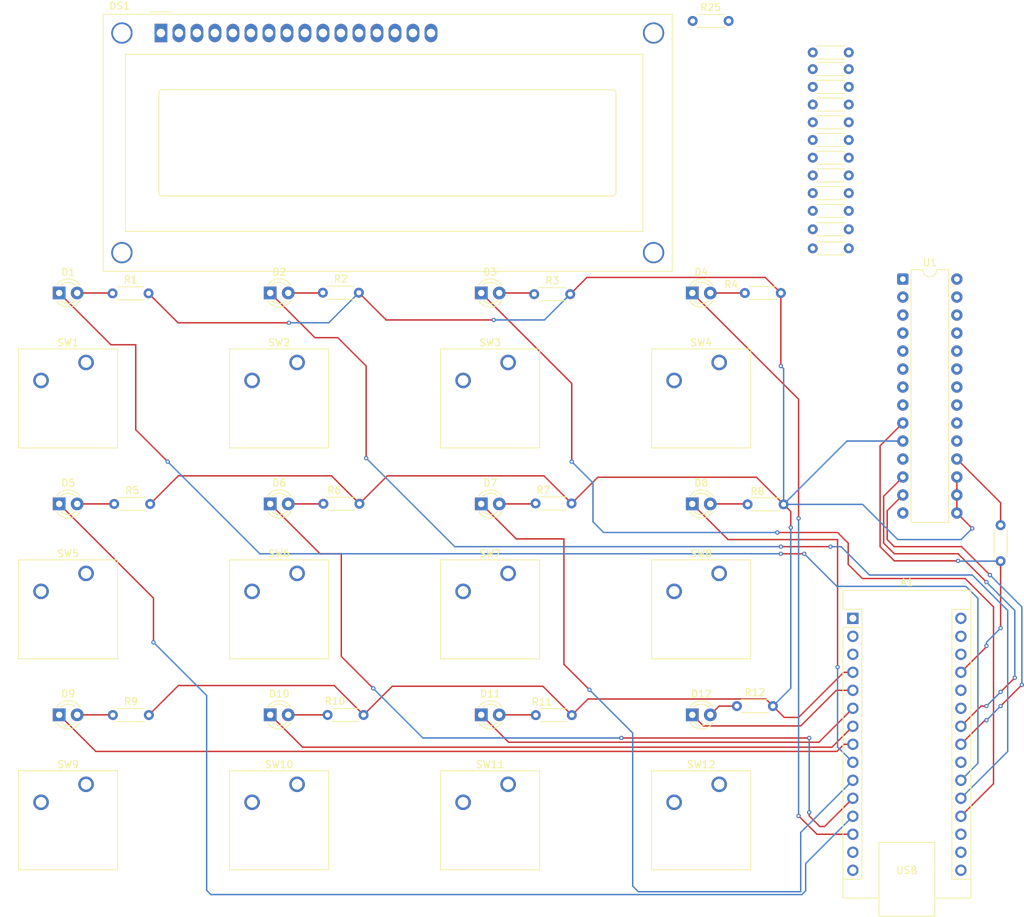
<source format=kicad_pcb>
(kicad_pcb (version 20241229) (generator "pcbnew") (generator_version "9.0")
  (layers (0 "F.Cu" signal) (2 "B.Cu" signal) (13 "F.Paste" user) (15 "B.Paste" user) (5 "F.SilkS" user "F.Silkscreen") (7 "B.SilkS" user "B.Silkscreen") (1 "F.Mask" user) (3 "B.Mask" user) (25 "Edge.Cuts" user))
  (net 0 "")
  (net 1 "Net-(D1-A)")
  (net 2 "Net-(A1-D8)")
  (net 3 "Net-(D2-A)")
  (net 4 "Net-(A1-A1)")
  (net 6 "Net-(D3-A)")
  (net 7 "Net-(D4-A)")
  (net 8 "Net-(A1-A6)")
  (net 9 "Net-(D5-A)")
  (net 11 "Net-(D6-A)")
  (net 12 "Net-(A1-D9)")
  (net 13 "Net-(D7-A)")
  (net 15 "Net-(D8-A)")
  (net 18 "Net-(D9-A)")
  (net 19 "Net-(D10-A)")
  (net 20 "Net-(A1-+5V)")
  (net 21 "Net-(D11-A)")
  (net 22 "Net-(A1-A2)")
  (net 23 "Net-(D12-A)")
  (net 25 "Net-(DS1-RS)")
  (net 26 "Net-(DS1-D4)")
  (net 27 "Net-(DS1-D5)")
  (net 28 "Net-(DS1-E)")
  (net 29 "Net-(A1-D4)")
  (net 30 "Net-(A1-D5)")
  (net 31 "Net-(DS1-LED(+))")
  (net 37 "Net-(A1-A7)")
  (net 38 "Net-(DS1-LED(-))")
  (net 40 "Net-(A1-D3)")
  (net 41 "Net-(A1-D10)")
  (net 42 "Net-(A1-D6)")
  (net 44 "Net-(A1-SDA{slash}A4)")
  (net 45 "Net-(A1-A0)")
  (net 47 "Net-(A1-D2)")
  (net 49 "Net-(A1-D7)")
  (net 51 "Net-(A1-SCL{slash}A5)")
  (net 52 "Net-(U1-GPA3)")
  (net 53 "Net-(U1-GPA2)")
  (net 54 "Net-(U1-GPA1)")
  (net 55 "Net-(U1-GPA0)")
  (net 56 "Net-(U1-GPB7)")
  (net 57 "Net-(U1-GPB1)")
  (net 58 "Net-(U1-GPB3)")
  (net 59 "Net-(U1-GPB4)")
  (net 60 "Net-(U1-GPB5)")
  (net 61 "Net-(U1-GPB6)")
  (net 62 "Net-(U1-GPB0)")
  (net 63 "Net-(U1-GPB2)")
  (net 64 "Net-(U1-~{RESET})")
  (footprint "Resistor_THT:R_Axial_DIN0204_L3.6mm_D1.6mm_P5.08mm_Horizontal" (layer "F.Cu") (at -365.04 24.47)
    (property "Reference" "R5")
    (property "Value" "R")
  )
  (footprint "LED_THT:LED_D3.0mm" (layer "F.Cu") (at -343.032 24.465)
    (property "Reference" "D6")
    (property "Value" "LED")
  )
  (footprint "LED_THT:LED_D3.0mm" (layer "F.Cu") (at -313.262 24.465)
    (property "Reference" "D7")
    (property "Value" "LED")
  )
  (footprint "Resistor_THT:R_Axial_DIN0204_L3.6mm_D1.6mm_P5.08mm_Horizontal" (layer "F.Cu") (at -275.69 24.53)
    (property "Reference" "R8")
    (property "Value" "R")
  )
  (footprint "Button_Switch_Keyboard:SW_Cherry_MX_1.00u_PCB" (layer "F.Cu") (at -309.47 64.04)
    (property "Reference" "SW11")
    (property "Value" "SW_Push")
  )
  (footprint "Resistor_THT:R_Axial_DIN0204_L3.6mm_D1.6mm_P5.08mm_Horizontal" (layer "F.Cu") (at -266.5 -34.4)
    (property "Reference" "R24" (hide yes))
    (property "Value" "R" (hide yes))
  )
  (footprint "LED_THT:LED_D3.0mm" (layer "F.Cu") (at -372.802 24.465)
    (property "Reference" "D5")
    (property "Value" "LED")
  )
  (footprint "Button_Switch_Keyboard:SW_Cherry_MX_1.00u_PCB" (layer "F.Cu") (at -369.01 64.04)
    (property "Reference" "SW9")
    (property "Value" "SW_Push")
  )
  (footprint "Resistor_THT:R_Axial_DIN0204_L3.6mm_D1.6mm_P5.08mm_Horizontal" (layer "F.Cu") (at -276.08 -5.3)
    (property "Reference" "R4")
    (property "Value" "R")
  )
  (footprint "LED_THT:LED_D3.0mm" (layer "F.Cu") (at -372.802 54.235)
    (property "Reference" "D9")
    (property "Value" "LED")
  )
  (footprint "Resistor_THT:R_Axial_DIN0204_L3.6mm_D1.6mm_P5.08mm_Horizontal" (layer "F.Cu") (at -365.27 -5.25)
    (property "Reference" "R1")
    (property "Value" "R")
  )
  (footprint "LED_THT:LED_D3.0mm" (layer "F.Cu") (at -372.802 -5.305)
    (property "Reference" "D1")
    (property "Value" "LED")
  )
  (footprint "Resistor_THT:R_Axial_DIN0204_L3.6mm_D1.6mm_P5.08mm_Horizontal" (layer "F.Cu") (at -305.57 54.28)
    (property "Reference" "R11")
    (property "Value" "R")
  )
  (footprint "Resistor_THT:R_Axial_DIN0204_L3.6mm_D1.6mm_P5.08mm_Horizontal" (layer "F.Cu") (at -305.79 -5.14)
    (property "Reference" "R3")
    (property "Value" "R")
  )
  (footprint "Resistor_THT:R_Axial_DIN0204_L3.6mm_D1.6mm_P5.08mm_Horizontal" (layer "F.Cu") (at -283.44 -43.7)
    (property "Reference" "R25")
    (property "Value" "R")
  )
  (footprint "Button_Switch_Keyboard:SW_Cherry_MX_1.00u_PCB" (layer "F.Cu") (at -279.7 64.04)
    (property "Reference" "SW12")
    (property "Value" "SW_Push")
  )
  (footprint "Resistor_THT:R_Axial_DIN0204_L3.6mm_D1.6mm_P5.08mm_Horizontal" (layer "F.Cu") (at -266.5 -39.25)
    (property "Reference" "R23" (hide yes))
    (property "Value" "R" (hide yes))
  )
  (footprint "Resistor_THT:R_Axial_DIN0204_L3.6mm_D1.6mm_P5.08mm_Horizontal" (layer "F.Cu") (at -266.5 -26.9)
    (property "Reference" "R21" (hide yes))
    (property "Value" "R" (hide yes))
  )
  (footprint "Resistor_THT:R_Axial_DIN0204_L3.6mm_D1.6mm_P5.08mm_Horizontal" (layer "F.Cu") (at -277.2 53)
    (property "Reference" "R12")
    (property "Value" "R")
  )
  (footprint "Display:WC1602A" (layer "F.Cu") (at -358.4559 -42)
    (property "Reference" "DS1")
    (property "Value" "WC1602A" (hide yes))
  )
  (footprint "Button_Switch_Keyboard:SW_Cherry_MX_1.00u_PCB" (layer "F.Cu") (at -339.24 4.5)
    (property "Reference" "SW2")
    (property "Value" "SW_Push")
  )
  (footprint "Resistor_THT:R_Axial_DIN0204_L3.6mm_D1.6mm_P5.08mm_Horizontal" (layer "F.Cu") (at -266.5 -11.6)
    (property "Reference" "R14" (hide yes))
    (property "Value" "R" (hide yes))
  )
  (footprint "Resistor_THT:R_Axial_DIN0204_L3.6mm_D1.6mm_P5.08mm_Horizontal" (layer "F.Cu") (at -266.5 -24.4)
    (property "Reference" "R22" (hide yes))
    (property "Value" "R" (hide yes))
  )
  (footprint "Button_Switch_Keyboard:SW_Cherry_MX_1.00u_PCB" (layer "F.Cu") (at -279.7 4.5)
    (property "Reference" "SW4")
    (property "Value" "SW_Push")
  )
  (footprint "Button_Switch_Keyboard:SW_Cherry_MX_1.00u_PCB" (layer "F.Cu") (at -339.24 34.27)
    (property "Reference" "SW6")
    (property "Value" "SW_Push")
  )
  (footprint "Resistor_THT:R_Axial_DIN0204_L3.6mm_D1.6mm_P5.08mm_Horizontal" (layer "F.Cu") (at -266.5 -36.9)
    (property "Reference" "R15" (hide yes))
    (property "Value" "R" (hide yes))
  )
  (footprint "Button_Switch_Keyboard:SW_Cherry_MX_1.00u_PCB" (layer "F.Cu") (at -309.47 4.5)
    (property "Reference" "SW3")
    (property "Value" "SW_Push")
  )
  (footprint "LED_THT:LED_D3.0mm" (layer "F.Cu") (at -283.492 54.235)
    (property "Reference" "D12")
    (property "Value" "LED")
  )
  (footprint "Resistor_THT:R_Axial_DIN0204_L3.6mm_D1.6mm_P5.08mm_Horizontal" (layer "F.Cu") (at -266.5 -21.9)
    (property "Reference" "R16" (hide yes))
    (property "Value" "R" (hide yes))
  )
  (footprint "Package_DIP:DIP-28_W7.62mm" (layer "F.Cu") (at -253.79 -7.27)
    (property "Reference" "U1")
    (property "Value" "MCP23017_SP")
  )
  (footprint "LED_THT:LED_D3.0mm" (layer "F.Cu") (at -343.032 -5.305)
    (property "Reference" "D2")
    (property "Value" "LED")
  )
  (footprint "Button_Switch_Keyboard:SW_Cherry_MX_1.00u_PCB" (layer "F.Cu") (at -369.01 4.5)
    (property "Reference" "SW1")
    (property "Value" "SW_Push")
  )
  (footprint "LED_THT:LED_D3.0mm" (layer "F.Cu") (at -313.262 -5.305)
    (property "Reference" "D3")
    (property "Value" "LED")
  )
  (footprint "Resistor_THT:R_Axial_DIN0204_L3.6mm_D1.6mm_P5.08mm_Horizontal" (layer "F.Cu") (at -266.5 -31.9)
    (property "Reference" "R17" (hide yes))
    (property "Value" "R" (hide yes))
  )
  (footprint "Button_Switch_Keyboard:SW_Cherry_MX_1.00u_PCB" (layer "F.Cu") (at -279.7 34.27)
    (property "Reference" "SW8")
    (property "Value" "SW_Push")
  )
  (footprint "Resistor_THT:R_Axial_DIN0204_L3.6mm_D1.6mm_P5.08mm_Horizontal" (layer "F.Cu") (at -334.94 54.25)
    (property "Reference" "R10")
    (property "Value" "R")
  )
  (footprint "Resistor_THT:R_Axial_DIN0204_L3.6mm_D1.6mm_P5.08mm_Horizontal" (layer "F.Cu") (at -266.5 -29.4)
    (property "Reference" "R19" (hide yes))
    (property "Value" "R" (hide yes))
  )
  (footprint "Resistor_THT:R_Axial_DIN0204_L3.6mm_D1.6mm_P5.08mm_Horizontal" (layer "F.Cu") (at -266.5 -16.9)
    (property "Reference" "R20" (hide yes))
    (property "Value" "R" (hide yes))
  )
  (footprint "Resistor_THT:R_Axial_DIN0204_L3.6mm_D1.6mm_P5.08mm_Horizontal" (layer "F.Cu") (at -335.61 -5.35)
    (property "Reference" "R2")
    (property "Value" "R")
  )
  (footprint "Button_Switch_Keyboard:SW_Cherry_MX_1.00u_PCB" (layer "F.Cu") (at -369.01 34.27)
    (property "Reference" "SW5")
    (property "Value" "SW_Push")
  )
  (footprint "LED_THT:LED_D3.0mm" (layer "F.Cu") (at -283.492 -5.305)
    (property "Reference" "D4")
    (property "Value" "LED")
  )
  (footprint "Resistor_THT:R_Axial_DIN0204_L3.6mm_D1.6mm_P5.08mm_Horizontal" (layer "F.Cu") (at -240 32.54 90)
    (property "Reference" "R26" (hide yes))
    (property "Value" "R" (hide yes))
  )
  (footprint "Resistor_THT:R_Axial_DIN0204_L3.6mm_D1.6mm_P5.08mm_Horizontal" (layer "F.Cu") (at -335.53 24.44)
    (property "Reference" "R6")
    (property "Value" "R")
  )
  (footprint "LED_THT:LED_D3.0mm" (layer "F.Cu") (at -313.262 54.235)
    (property "Reference" "D11")
    (property "Value" "LED")
  )
  (footprint "Resistor_THT:R_Axial_DIN0204_L3.6mm_D1.6mm_P5.08mm_Horizontal" (layer "F.Cu") (at -266.5 -19.4)
    (property "Reference" "R18" (hide yes))
    (property "Value" "R" (hide yes))
  )
  (footprint "Resistor_THT:R_Axial_DIN0204_L3.6mm_D1.6mm_P5.08mm_Horizontal" (layer "F.Cu") (at -365.23 54.26)
    (property "Reference" "R9")
    (property "Value" "R")
  )
  (footprint "LED_THT:LED_D3.0mm" (layer "F.Cu") (at -283.492 24.465)
    (property "Reference" "D8")
    (property "Value" "LED")
  )
  (footprint "Resistor_THT:R_Axial_DIN0204_L3.6mm_D1.6mm_P5.08mm_Horizontal" (layer "F.Cu") (at -266.5 -14.3)
    (property "Reference" "R13" (hide yes))
    (property "Value" "R" (hide yes))
  )
  (footprint "Module:Arduino_Nano" (layer "F.Cu") (at -260.84 40.61)
    (property "Reference" "A1")
    (property "Value" "Arduino_Nano_Every")
  )
  (footprint "Button_Switch_Keyboard:SW_Cherry_MX_1.00u_PCB" (layer "F.Cu") (at -309.47 34.27)
    (property "Reference" "SW7")
    (property "Value" "SW_Push")
  )
  (footprint "Button_Switch_Keyboard:SW_Cherry_MX_1.00u_PCB" (layer "F.Cu") (at -339.24 64.04)
    (property "Reference" "SW10")
    (property "Value" "SW_Push")
  )
  (footprint "LED_THT:LED_D3.0mm" (layer "F.Cu") (at -343.032 54.235)
    (property "Reference" "D10")
    (property "Value" "LED")
  )
  (footprint "Resistor_THT:R_Axial_DIN0204_L3.6mm_D1.6mm_P5.08mm_Horizontal" (layer "F.Cu") (at -305.6 24.4)
    (property "Reference" "R7")
    (property "Value" "R")
  )
  (segment (start -370.262 -5.305) (end -365.325 -5.305) (width 0.2) (layer "F.Cu") (net 1))
  (segment (start -365.325 -5.305) (end -365.27 -5.25) (width 0.2) (layer "F.Cu") (net 1))
  (segment (start -267 68.5) (end -265.5 70) (width 0.2) (layer "F.Cu") (net 2))
  (segment (start -333 31.5) (end -335.997 31.5) (width 0.2) (layer "F.Cu") (net 2))
  (segment (start -293.5 57.5) (end -267 57.5) (width 0.2) (layer "F.Cu") (net 2))
  (segment (start -335.997 31.5) (end -343.032 24.465) (width 0.2) (layer "F.Cu") (net 2))
  (segment (start -267 68) (end -267 68.5) (width 0.2) (layer "F.Cu") (net 2))
  (segment (start -328.5 50.5) (end -333 46) (width 0.2) (layer "F.Cu") (net 2))
  (segment (start -333 46) (end -333 31.5) (width 0.2) (layer "F.Cu") (net 2))
  (segment (start -264.83 70) (end -260.84 66.01) (width 0.2) (layer "F.Cu") (net 2))
  (segment (start -265.5 70) (end -264.83 70) (width 0.2) (layer "F.Cu") (net 2))
  (via (at -267 68) (size 0.6) (drill 0.3) (layers "F.Cu" "B.Cu") (net 2))
  (via (at -328.5 50.5) (size 0.6) (drill 0.3) (layers "F.Cu" "B.Cu") (net 2))
  (via (at -293.5 57.5) (size 0.6) (drill 0.3) (layers "F.Cu" "B.Cu") (net 2))
  (via (at -267 57.5) (size 0.6) (drill 0.3) (layers "F.Cu" "B.Cu") (net 2))
  (segment (start -321.5 57.5) (end -293.5 57.5) (width 0.2) (layer "B.Cu") (net 2))
  (segment (start -267 57.5) (end -267 68) (width 0.2) (layer "B.Cu") (net 2))
  (segment (start -328.5 50.5) (end -321.5 57.5) (width 0.2) (layer "B.Cu") (net 2))
  (segment (start -335.655 -5.305) (end -335.61 -5.35) (width 0.2) (layer "F.Cu") (net 3))
  (segment (start -340.492 -5.305) (end -335.655 -5.305) (width 0.2) (layer "F.Cu") (net 3))
  (segment (start -271 30.5) (end -264 30.5) (width 0.2) (layer "F.Cu") (net 4))
  (segment (start -343.032 -5.305) (end -336.727 1) (width 0.2) (layer "F.Cu") (net 4))
  (segment (start -336.727 1) (end -333.5 1) (width 0.2) (layer "F.Cu") (net 4))
  (segment (start -329.5 5) (end -329.5 18) (width 0.2) (layer "F.Cu") (net 4))
  (segment (start -333.5 1) (end -329.5 5) (width 0.2) (layer "F.Cu") (net 4))
  (via (at -264 30.5) (size 0.6) (drill 0.3) (layers "F.Cu" "B.Cu") (net 4))
  (via (at -271 30.5) (size 0.6) (drill 0.3) (layers "F.Cu" "B.Cu") (net 4))
  (via (at -329.5 18) (size 0.6) (drill 0.3) (layers "F.Cu" "B.Cu") (net 4))
  (segment (start -239 59.41) (end -245.6 66.01) (width 0.2) (layer "B.Cu") (net 4))
  (segment (start -239 39.5) (end -239 59.41) (width 0.2) (layer "B.Cu") (net 4))
  (segment (start -244 34.5) (end -239 39.5) (width 0.2) (layer "B.Cu") (net 4))
  (segment (start -258.5 34.5) (end -244 34.5) (width 0.2) (layer "B.Cu") (net 4))
  (segment (start -317 30.5) (end -271 30.5) (width 0.2) (layer "B.Cu") (net 4))
  (segment (start -329.5 18) (end -317 30.5) (width 0.2) (layer "B.Cu") (net 4))
  (segment (start -264 30.5) (end -262.5 30.5) (width 0.2) (layer "B.Cu") (net 4))
  (segment (start -262.5 30.5) (end -258.5 34.5) (width 0.2) (layer "B.Cu") (net 4))
  (segment (start -310.722 -5.305) (end -305.955 -5.305) (width 0.2) (layer "F.Cu") (net 6))
  (segment (start -305.955 -5.305) (end -305.79 -5.14) (width 0.2) (layer "F.Cu") (net 6))
  (segment (start -280.952 -5.305) (end -276.085 -5.305) (width 0.2) (layer "F.Cu") (net 7))
  (segment (start -276.085 -5.305) (end -276.08 -5.3) (width 0.2) (layer "F.Cu") (net 7))
  (segment (start -365.045 24.465) (end -365.04 24.47) (width 0.2) (layer "F.Cu") (net 9))
  (segment (start -370.262 24.465) (end -365.045 24.465) (width 0.2) (layer "F.Cu") (net 9))
  (segment (start -340.492 24.465) (end -335.555 24.465) (width 0.2) (layer "F.Cu") (net 11))
  (segment (start -335.555 24.465) (end -335.53 24.44) (width 0.2) (layer "F.Cu") (net 11))
  (segment (start -359.5 37.767) (end -359.5 44) (width 0.2) (layer "F.Cu") (net 12))
  (segment (start -372.802 24.465) (end -359.5 37.767) (width 0.2) (layer "F.Cu") (net 12))
  (via (at -359.5 44) (size 0.6) (drill 0.3) (layers "F.Cu" "B.Cu") (net 12))
  (segment (start -268.0339 79.601) (end -267.5 79.0671) (width 0.2) (layer "B.Cu") (net 12))
  (segment (start -267.5 79.0671) (end -267.5 75.21) (width 0.2) (layer "B.Cu") (net 12))
  (segment (start -352 51.5) (end -352 79) (width 0.2) (layer "B.Cu") (net 12))
  (segment (start -267.5 75.21) (end -260.84 68.55) (width 0.2) (layer "B.Cu") (net 12))
  (segment (start -351.399 79.601) (end -268.0339 79.601) (width 0.2) (layer "B.Cu") (net 12))
  (segment (start -359.5 44) (end -352 51.5) (width 0.2) (layer "B.Cu") (net 12))
  (segment (start -352 79) (end -351.399 79.601) (width 0.2) (layer "B.Cu") (net 12))
  (segment (start -310.722 24.465) (end -305.665 24.465) (width 0.2) (layer "F.Cu") (net 13))
  (segment (start -305.665 24.465) (end -305.6 24.4) (width 0.2) (layer "F.Cu") (net 13))
  (segment (start -280.952 24.465) (end -275.755 24.465) (width 0.2) (layer "F.Cu") (net 15))
  (segment (start -275.755 24.465) (end -275.69 24.53) (width 0.2) (layer "F.Cu") (net 15))
  (segment (start -365.255 54.235) (end -365.23 54.26) (width 0.2) (layer "F.Cu") (net 18))
  (segment (start -370.262 54.235) (end -365.255 54.235) (width 0.2) (layer "F.Cu") (net 18))
  (segment (start -334.955 54.235) (end -334.94 54.25) (width 0.2) (layer "F.Cu") (net 19))
  (segment (start -340.492 54.235) (end -334.955 54.235) (width 0.2) (layer "F.Cu") (net 19))
  (segment (start -242 44.63) (end -245.6 48.23) (width 0.2) (layer "F.Cu") (net 20))
  (segment (start -242 44.5) (end -242 44.63) (width 0.2) (layer "F.Cu") (net 20))
  (segment (start -257 30.5) (end -255 32.5) (width 0.2) (layer "F.Cu") (net 20))
  (segment (start -240 32.54) (end -240 42) (width 0.2) (layer "F.Cu") (net 20))
  (segment (start -257 16.26) (end -257 30.5) (width 0.2) (layer "F.Cu") (net 20))
  (segment (start -253.79 13.05) (end -257 16.26) (width 0.2) (layer "F.Cu") (net 20))
  (segment (start -255 32.5) (end -246 32.5) (width 0.2) (layer "F.Cu") (net 20))
  (via (at -240 42) (size 0.6) (drill 0.3) (layers "F.Cu" "B.Cu") (net 20))
  (via (at -246 32.5) (size 0.6) (drill 0.3) (layers "F.Cu" "B.Cu") (net 20))
  (via (at -242 44.5) (size 0.6) (drill 0.3) (layers "F.Cu" "B.Cu") (net 20))
  (segment (start -246 32.5) (end -245.96 32.54) (width 0.2) (layer "B.Cu") (net 20))
  (segment (start -242 44) (end -242 44.5) (width 0.2) (layer "B.Cu") (net 20))
  (segment (start -245.96 32.54) (end -240 32.54) (width 0.2) (layer "B.Cu") (net 20))
  (segment (start -240 42) (end -242 44) (width 0.2) (layer "B.Cu") (net 20))
  (segment (start -305.615 54.235) (end -305.57 54.28) (width 0.2) (layer "F.Cu") (net 21))
  (segment (start -310.722 54.235) (end -305.615 54.235) (width 0.2) (layer "F.Cu") (net 21))
  (segment (start -365.497 2) (end -362 2) (width 0.2) (layer "F.Cu") (net 22))
  (segment (start -362 2) (end -362 14) (width 0.2) (layer "F.Cu") (net 22))
  (segment (start -372.802 -5.305) (end -365.497 2) (width 0.2) (layer "F.Cu") (net 22))
  (segment (start -271 31.5) (end -267.7 31.5) (width 0.2) (layer "F.Cu") (net 22))
  (segment (start -362 14) (end -357.5 18.5) (width 0.2) (layer "F.Cu") (net 22))
  (via (at -267.7 31.5) (size 0.6) (drill 0.3) (layers "F.Cu" "B.Cu") (net 22))
  (via (at -357.5 18.5) (size 0.6) (drill 0.3) (layers "F.Cu" "B.Cu") (net 22))
  (via (at -271 31.5) (size 0.6) (drill 0.3) (layers "F.Cu" "B.Cu") (net 22))
  (segment (start -267.7 31.5) (end -263.1 36.1) (width 0.2) (layer "B.Cu") (net 22))
  (segment (start -357.5 18.5) (end -344.5 31.5) (width 0.2) (layer "B.Cu") (net 22))
  (segment (start -243.2 61.07) (end -245.6 63.47) (width 0.2) (layer "B.Cu") (net 22))
  (segment (start -243.2 37.8) (end -243.2 61.07) (width 0.2) (layer "B.Cu") (net 22))
  (segment (start -244.9 36.1) (end -243.2 37.8) (width 0.2) (layer "B.Cu") (net 22))
  (segment (start -263.1 36.1) (end -244.9 36.1) (width 0.2) (layer "B.Cu") (net 22))
  (segment (start -344.5 31.5) (end -271 31.5) (width 0.2) (layer "B.Cu") (net 22))
  (segment (start -279.717 53) (end -277.2 53) (width 0.2) (layer "F.Cu") (net 23))
  (segment (start -280.952 54.235) (end -279.717 53) (width 0.2) (layer "F.Cu") (net 23))
  (segment (start -263.79 58.8) (end -260.84 55.85) (width 0.2) (layer "F.Cu") (net 29))
  (segment (start -343.032 54.235) (end -338.467 58.8) (width 0.2) (layer "F.Cu") (net 29))
  (segment (start -338.467 58.8) (end -263.79 58.8) (width 0.2) (layer "F.Cu") (net 29))
  (segment (start -367.637 59.4) (end -263.1 59.4) (width 0.2) (layer "F.Cu") (net 30))
  (segment (start -263.1 59.4) (end -262.09 58.39) (width 0.2) (layer "F.Cu") (net 30))
  (segment (start -262.09 58.39) (end -260.84 58.39) (width 0.2) (layer "F.Cu") (net 30))
  (segment (start -372.802 54.235) (end -367.637 59.4) (width 0.2) (layer "F.Cu") (net 30))
  (segment (start -355.99 50.1) (end -334.01 50.1) (width 0.2) (layer "F.Cu") (net 38))
  (segment (start -270.61 24.53) (end -269.6 25.54) (width 0.2) (layer "F.Cu") (net 38))
  (segment (start -262.13 48.23) (end -260.84 48.23) (width 0.2) (layer "F.Cu") (net 38))
  (segment (start -334.01 50.1) (end -329.86 54.25) (width 0.2) (layer "F.Cu") (net 38))
  (segment (start -271 -5.3) (end -271 5) (width 0.2) (layer "F.Cu") (net 38))
  (segment (start -300.71 -5.14) (end -298.35 -7.5) (width 0.2) (layer "F.Cu") (net 38))
  (segment (start -329.86 54.25) (end -325.81 50.2) (width 0.2) (layer "F.Cu") (net 38))
  (segment (start -330.53 -5.35) (end -326.68 -1.5) (width 0.2) (layer "F.Cu") (net 38))
  (segment (start -300.52 24.4) (end -296.82 20.7) (width 0.2) (layer "F.Cu") (net 38))
  (segment (start -300.49 54.28) (end -298.209 51.999) (width 0.2) (layer "F.Cu") (net 38))
  (segment (start -334.39 20.5) (end -330.45 24.44) (width 0.2) (layer "F.Cu") (net 38))
  (segment (start -298.209 51.999) (end -273.121 51.999) (width 0.2) (layer "F.Cu") (net 38))
  (segment (start -244 28) (end -244 27.92) (width 0.2) (layer "F.Cu") (net 38))
  (segment (start -330.45 24.44) (end -326.51 20.5) (width 0.2) (layer "F.Cu") (net 38))
  (segment (start -270.52 54.6) (end -268.5 54.6) (width 0.2) (layer "F.Cu") (net 38))
  (segment (start -326.51 20.5) (end -304.42 20.5) (width 0.2) (layer "F.Cu") (net 38))
  (segment (start -360.19 -5.25) (end -356.04 -1.1) (width 0.2) (layer "F.Cu") (net 38))
  (segment (start -356.04 -1.1) (end -340.4 -1.1) (width 0.2) (layer "F.Cu") (net 38))
  (segment (start -304.57 50.2) (end -300.49 54.28) (width 0.2) (layer "F.Cu") (net 38))
  (segment (start -273.121 51.999) (end -272.12 53) (width 0.2) (layer "F.Cu") (net 38))
  (segment (start -325.81 50.2) (end -304.57 50.2) (width 0.2) (layer "F.Cu") (net 38))
  (segment (start -296.82 20.7) (end -274.44 20.7) (width 0.2) (layer "F.Cu") (net 38))
  (segment (start -268.5 54.6) (end -262.13 48.23) (width 0.2) (layer "F.Cu") (net 38))
  (segment (start -298.35 -7.5) (end -273.2 -7.5) (width 0.2) (layer "F.Cu") (net 38))
  (segment (start -272.12 53) (end -270.52 54.6) (width 0.2) (layer "F.Cu") (net 38))
  (segment (start -274.44 20.7) (end -270.61 24.53) (width 0.2) (layer "F.Cu") (net 38))
  (segment (start -269.6 25.54) (end -269.6 27.8) (width 0.2) (layer "F.Cu") (net 38))
  (segment (start -246.17 20.67) (end -246.17 25.75) (width 0.2) (layer "F.Cu") (net 38))
  (segment (start -246.17 25.75) (end -244 27.92) (width 0.2) (layer "F.Cu") (net 38))
  (segment (start -360.15 54.26) (end -355.99 50.1) (width 0.2) (layer "F.Cu") (net 38))
  (segment (start -359.96 24.47) (end -355.99 20.5) (width 0.2) (layer "F.Cu") (net 38))
  (segment (start -304.42 20.5) (end -300.52 24.4) (width 0.2) (layer "F.Cu") (net 38))
  (segment (start -326.68 -1.5) (end -311.5 -1.5) (width 0.2) (layer "F.Cu") (net 38))
  (segment (start -355.99 20.5) (end -334.39 20.5) (width 0.2) (layer "F.Cu") (net 38))
  (segment (start -273.2 -7.5) (end -271 -5.3) (width 0.2) (layer "F.Cu") (net 38))
  (via (at -271 5) (size 0.6) (drill 0.3) (layers "F.Cu" "B.Cu") (net 38))
  (via (at -269.6 27.8) (size 0.6) (drill 0.3) (layers "F.Cu" "B.Cu") (net 38))
  (via (at -340.4 -1.1) (size 0.6) (drill 0.3) (layers "F.Cu" "B.Cu") (net 38))
  (via (at -244 27.92) (size 0.6) (drill 0.3) (layers "F.Cu" "B.Cu") (net 38))
  (via (at -311.5 -1.5) (size 0.6) (drill 0.3) (layers "F.Cu" "B.Cu") (net 38))
  (segment (start -261.67 15.59) (end -270.61 24.53) (width 0.2) (layer "B.Cu") (net 38))
  (segment (start -259.47 24.53) (end -270.61 24.53) (width 0.2) (layer "B.Cu") (net 38))
  (segment (start -269.6 50.48) (end -272.12 53) (width 0.2) (layer "B.Cu") (net 38))
  (segment (start -340.4 -1.1) (end -334.78 -1.1) (width 0.2) (layer "B.Cu") (net 38))
  (segment (start -271 5) (end -270.61 5.39) (width 0.2) (layer "B.Cu") (net 38))
  (segment (start -253.79 15.59) (end -261.67 15.59) (width 0.2) (layer "B.Cu") (net 38))
  (segment (start -244 27.92) (end -245.58 29.5) (width 0.2) (layer "B.Cu") (net 38))
  (segment (start -304.35 -1.5) (end -300.71 -5.14) (width 0.2) (layer "B.Cu") (net 38))
  (segment (start -311.5 -1.5) (end -304.35 -1.5) (width 0.2) (layer "B.Cu") (net 38))
  (segment (start -269.6 27.8) (end -269.6 50.48) (width 0.2) (layer "B.Cu") (net 38))
  (segment (start -245.58 29.5) (end -254.5 29.5) (width 0.2) (layer "B.Cu") (net 38))
  (segment (start -270.61 5.39) (end -270.61 24.53) (width 0.2) (layer "B.Cu") (net 38))
  (segment (start -334.78 -1.1) (end -330.53 -5.35) (width 0.2) (layer "B.Cu") (net 38))
  (segment (start -254.5 29.5) (end -259.47 24.53) (width 0.2) (layer "B.Cu") (net 38))
  (segment (start -265.63 58.1) (end -260.84 53.31) (width 0.2) (layer "F.Cu") (net 40))
  (segment (start -313.262 54.235) (end -309.397 58.1) (width 0.2) (layer "F.Cu") (net 40))
  (segment (start -309.397 58.1) (end -265.63 58.1) (width 0.2) (layer "F.Cu") (net 40))
  (segment (start -268.5 9.687) (end -268.5 26.5) (width 0.2) (layer "F.Cu") (net 41))
  (segment (start -268.5 68.5) (end -265.91 71.09) (width 0.2) (layer "F.Cu") (net 41))
  (segment (start -268.5 9.687) (end -283.492 -5.305) (width 0.2) (layer "F.Cu") (net 41))
  (segment (start -265.91 71.09) (end -260.84 71.09) (width 0.2) (layer "F.Cu") (net 41))
  (via (at -268.5 26.5) (size 0.6) (drill 0.3) (layers "F.Cu" "B.Cu") (net 41))
  (via (at -268.5 68.5) (size 0.6) (drill 0.3) (layers "F.Cu" "B.Cu") (net 41))
  (segment (start -268.5 26.5) (end -268.5 68.5) (width 0.2) (layer "B.Cu") (net 41))
  (segment (start -278.457 29.5) (end -263 29.5) (width 0.2) (layer "F.Cu") (net 42))
  (segment (start -283.492 24.465) (end -278.457 29.5) (width 0.2) (layer "F.Cu") (net 42))
  (segment (start -263 29.5) (end -263 47.5) (width 0.2) (layer "F.Cu") (net 42))
  (via (at -263 47.5) (size 0.6) (drill 0.3) (layers "F.Cu" "B.Cu") (net 42))
  (segment (start -263 47.5) (end -263 58.77) (width 0.2) (layer "B.Cu") (net 42))
  (segment (start -263 58.77) (end -260.84 60.93) (width 0.2) (layer "B.Cu") (net 42))
  (segment (start -253.79 23.21) (end -256 25.42) (width 0.2) (layer "F.Cu") (net 44))
  (segment (start -256 25.42) (end -256 29.5) (width 0.2) (layer "F.Cu") (net 44))
  (segment (start -245.5 30.5) (end -241.5 34.5) (width 0.2) (layer "F.Cu") (net 44))
  (segment (start -237 50) (end -240 53) (width 0.2) (layer "F.Cu") (net 44))
  (segment (start -242.21 55) (end -245.6 58.39) (width 0.2) (layer "F.Cu") (net 44))
  (segment (start -255 30.5) (end -245.5 30.5) (width 0.2) (layer "F.Cu") (net 44))
  (segment (start -256 29.5) (end -255 30.5) (width 0.2) (layer "F.Cu") (net 44))
  (segment (start -242 55) (end -242.21 55) (width 0.2) (layer "F.Cu") (net 44))
  (via (at -242 55) (size 0.6) (drill 0.3) (layers "F.Cu" "B.Cu") (net 44))
  (via (at -237 50) (size 0.6) (drill 0.3) (layers "F.Cu" "B.Cu") (net 44))
  (via (at -241.5 34.5) (size 0.6) (drill 0.3) (layers "F.Cu" "B.Cu") (net 44))
  (via (at -240 53) (size 0.6) (drill 0.3) (layers "F.Cu" "B.Cu") (net 44))
  (segment (start -240 53) (end -242 55) (width 0.2) (layer "B.Cu") (net 44))
  (segment (start -241.5 34.5) (end -237 39) (width 0.2) (layer "B.Cu") (net 44))
  (segment (start -237 39) (end -237 50) (width 0.2) (layer "B.Cu") (net 44))
  (segment (start -263 28.5) (end -261.5 30) (width 0.2) (layer "F.Cu") (net 45))
  (segment (start -241 63.95) (end -245.6 68.55) (width 0.2) (layer "F.Cu") (net 45))
  (segment (start -261.5 33) (end -259.5 35) (width 0.2) (layer "F.Cu") (net 45))
  (segment (start -261.5 30) (end -261.5 33) (width 0.2) (layer "F.Cu") (net 45))
  (segment (start -241 39) (end -241 63.95) (width 0.2) (layer "F.Cu") (net 45))
  (segment (start -271.5 28.5) (end -263 28.5) (width 0.2) (layer "F.Cu") (net 45))
  (segment (start -313.262 -5.305) (end -300.5 7.457) (width 0.2) (layer "F.Cu") (net 45))
  (segment (start -300.5 7.457) (end -300.5 18.5) (width 0.2) (layer "F.Cu") (net 45))
  (segment (start -259.5 35) (end -245 35) (width 0.2) (layer "F.Cu") (net 45))
  (segment (start -245 35) (end -241 39) (width 0.2) (layer "F.Cu") (net 45))
  (via (at -271.5 28.5) (size 0.6) (drill 0.3) (layers "F.Cu" "B.Cu") (net 45))
  (via (at -300.5 18.5) (size 0.6) (drill 0.3) (layers "F.Cu" "B.Cu") (net 45))
  (segment (start -297.5 27) (end -296 28.5) (width 0.2) (layer "B.Cu") (net 45))
  (segment (start -296 28.5) (end -271.5 28.5) (width 0.2) (layer "B.Cu") (net 45))
  (segment (start -297.5 21.5) (end -297.5 27) (width 0.2) (layer "B.Cu") (net 45))
  (segment (start -300.5 18.5) (end -297.5 21.5) (width 0.2) (layer "B.Cu") (net 45))
  (segment (start -263.17 50.77) (end -260.84 50.77) (width 0.2) (layer "F.Cu") (net 47))
  (segment (start -281.927 55.8) (end -268.2 55.8) (width 0.2) (layer "F.Cu") (net 47))
  (segment (start -283.492 54.235) (end -281.927 55.8) (width 0.2) (layer "F.Cu") (net 47))
  (segment (start -268.2 55.8) (end -263.17 50.77) (width 0.2) (layer "F.Cu") (net 47))
  (segment (start -301.6 47.1) (end -298 50.7) (width 0.2) (layer "F.Cu") (net 49))
  (segment (start -308.327 29.4) (end -301.6 29.4) (width 0.2) (layer "F.Cu") (net 49))
  (segment (start -301.6 29.4) (end -301.6 47.1) (width 0.2) (layer "F.Cu") (net 49))
  (segment (start -313.262 24.465) (end -308.327 29.4) (width 0.2) (layer "F.Cu") (net 49))
  (via (at -298 50.7) (size 0.6) (drill 0.3) (layers "F.Cu" "B.Cu") (net 49))
  (segment (start -268.2 70.83) (end -260.84 63.47) (width 0.2) (layer "B.Cu") (net 49))
  (segment (start -268.2 79.2) (end -268.2 70.83) (width 0.2) (layer "B.Cu") (net 49))
  (segment (start -298 50.7) (end -291.9 56.8) (width 0.2) (layer "B.Cu") (net 49))
  (segment (start -291.1 79.2) (end -268.2 79.2) (width 0.2) (layer "B.Cu") (net 49))
  (segment (start -291.9 78.4) (end -291.1 79.2) (width 0.2) (layer "B.Cu") (net 49))
  (segment (start -291.9 56.8) (end -291.9 78.4) (width 0.2) (layer "B.Cu") (net 49))
  (segment (start -255 31.5) (end -246 31.5) (width 0.2) (layer "F.Cu") (net 51))
  (segment (start -256.5 30) (end -255 31.5) (width 0.2) (layer "F.Cu") (net 51))
  (segment (start -256.5 23.38) (end -256.5 30) (width 0.2) (layer "F.Cu") (net 51))
  (segment (start -246 31.5) (end -242 35.5) (width 0.2) (layer "F.Cu") (net 51))
  (segment (start -242 53) (end -242.75 53) (width 0.2) (layer "F.Cu") (net 51))
  (segment (start -242.75 53) (end -245.6 55.85) (width 0.2) (layer "F.Cu") (net 51))
  (segment (start -253.79 20.67) (end -256.5 23.38) (width 0.2) (layer "F.Cu") (net 51))
  (segment (start -238 49) (end -240 51) (width 0.2) (layer "F.Cu") (net 51))
  (via (at -242 53) (size 0.6) (drill 0.3) (layers "F.Cu" "B.Cu") (net 51))
  (via (at -242 35.5) (size 0.6) (drill 0.3) (layers "F.Cu" "B.Cu") (net 51))
  (via (at -240 51) (size 0.6) (drill 0.3) (layers "F.Cu" "B.Cu") (net 51))
  (via (at -238 49) (size 0.6) (drill 0.3) (layers "F.Cu" "B.Cu") (net 51))
  (segment (start -238 39.5) (end -238 49) (width 0.2) (layer "B.Cu") (net 51))
  (segment (start -242 35.5) (end -238 39.5) (width 0.2) (layer "B.Cu") (net 51))
  (segment (start -240 51) (end -242 53) (width 0.2) (layer "B.Cu") (net 51))
  (segment (start -240 24.3) (end -240 27.46) (width 0.2) (layer "F.Cu") (net 64))
  (segment (start -246.17 18.13) (end -240 24.3) (width 0.2) (layer "F.Cu") (net 64))
)
</source>
